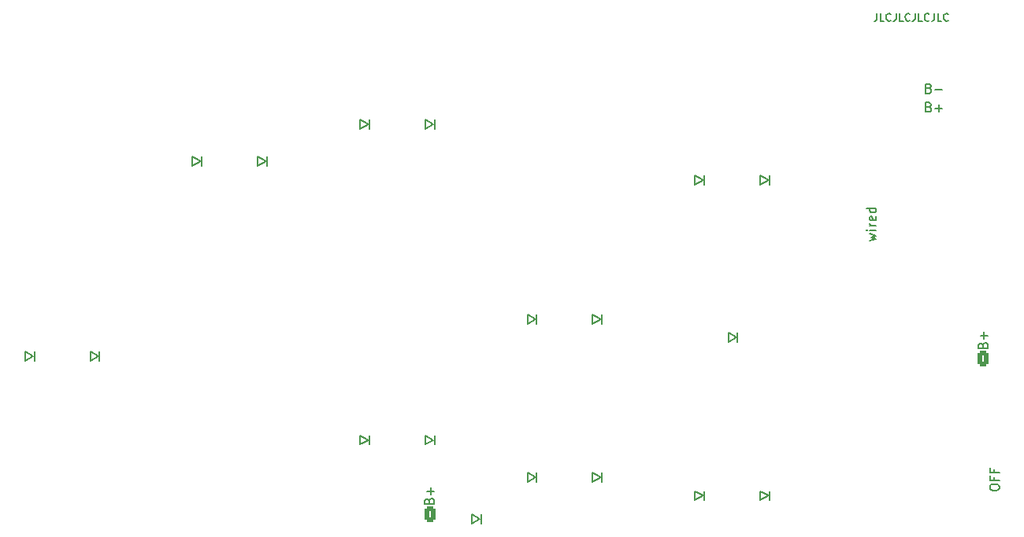
<source format=gto>
%TF.GenerationSoftware,KiCad,Pcbnew,7.0.1*%
%TF.CreationDate,2023-08-18T18:47:56+06:00*%
%TF.ProjectId,pcb,7063622e-6b69-4636-9164-5f7063625858,rev?*%
%TF.SameCoordinates,Original*%
%TF.FileFunction,Legend,Top*%
%TF.FilePolarity,Positive*%
%FSLAX46Y46*%
G04 Gerber Fmt 4.6, Leading zero omitted, Abs format (unit mm)*
G04 Created by KiCad (PCBNEW 7.0.1) date 2023-08-18 18:47:56*
%MOMM*%
%LPD*%
G01*
G04 APERTURE LIST*
G04 Aperture macros list*
%AMRoundRect*
0 Rectangle with rounded corners*
0 $1 Rounding radius*
0 $2 $3 $4 $5 $6 $7 $8 $9 X,Y pos of 4 corners*
0 Add a 4 corners polygon primitive as box body*
4,1,4,$2,$3,$4,$5,$6,$7,$8,$9,$2,$3,0*
0 Add four circle primitives for the rounded corners*
1,1,$1+$1,$2,$3*
1,1,$1+$1,$4,$5*
1,1,$1+$1,$6,$7*
1,1,$1+$1,$8,$9*
0 Add four rect primitives between the rounded corners*
20,1,$1+$1,$2,$3,$4,$5,0*
20,1,$1+$1,$4,$5,$6,$7,0*
20,1,$1+$1,$6,$7,$8,$9,0*
20,1,$1+$1,$8,$9,$2,$3,0*%
G04 Aperture macros list end*
%ADD10C,0.150000*%
%ADD11C,0.500000*%
%ADD12C,1.700000*%
%ADD13C,3.400000*%
%ADD14C,2.000000*%
%ADD15R,1.300000X0.950000*%
%ADD16C,1.200000*%
%ADD17O,2.500000X1.700000*%
%ADD18RoundRect,0.250000X0.350000X0.625000X-0.350000X0.625000X-0.350000X-0.625000X0.350000X-0.625000X0*%
%ADD19O,1.200000X1.750000*%
%ADD20R,0.800000X1.000000*%
%ADD21C,0.900000*%
%ADD22R,1.500000X0.700000*%
%ADD23O,2.750000X1.800000*%
%ADD24C,1.397000*%
G04 APERTURE END LIST*
D10*
X166054761Y-49570095D02*
X166054761Y-50141523D01*
X166054761Y-50141523D02*
X166016666Y-50255809D01*
X166016666Y-50255809D02*
X165940475Y-50332000D01*
X165940475Y-50332000D02*
X165826190Y-50370095D01*
X165826190Y-50370095D02*
X165749999Y-50370095D01*
X166816666Y-50370095D02*
X166435714Y-50370095D01*
X166435714Y-50370095D02*
X166435714Y-49570095D01*
X167540476Y-50293904D02*
X167502380Y-50332000D01*
X167502380Y-50332000D02*
X167388095Y-50370095D01*
X167388095Y-50370095D02*
X167311904Y-50370095D01*
X167311904Y-50370095D02*
X167197618Y-50332000D01*
X167197618Y-50332000D02*
X167121428Y-50255809D01*
X167121428Y-50255809D02*
X167083333Y-50179619D01*
X167083333Y-50179619D02*
X167045237Y-50027238D01*
X167045237Y-50027238D02*
X167045237Y-49912952D01*
X167045237Y-49912952D02*
X167083333Y-49760571D01*
X167083333Y-49760571D02*
X167121428Y-49684380D01*
X167121428Y-49684380D02*
X167197618Y-49608190D01*
X167197618Y-49608190D02*
X167311904Y-49570095D01*
X167311904Y-49570095D02*
X167388095Y-49570095D01*
X167388095Y-49570095D02*
X167502380Y-49608190D01*
X167502380Y-49608190D02*
X167540476Y-49646285D01*
X168111904Y-49570095D02*
X168111904Y-50141523D01*
X168111904Y-50141523D02*
X168073809Y-50255809D01*
X168073809Y-50255809D02*
X167997618Y-50332000D01*
X167997618Y-50332000D02*
X167883333Y-50370095D01*
X167883333Y-50370095D02*
X167807142Y-50370095D01*
X168873809Y-50370095D02*
X168492857Y-50370095D01*
X168492857Y-50370095D02*
X168492857Y-49570095D01*
X169597619Y-50293904D02*
X169559523Y-50332000D01*
X169559523Y-50332000D02*
X169445238Y-50370095D01*
X169445238Y-50370095D02*
X169369047Y-50370095D01*
X169369047Y-50370095D02*
X169254761Y-50332000D01*
X169254761Y-50332000D02*
X169178571Y-50255809D01*
X169178571Y-50255809D02*
X169140476Y-50179619D01*
X169140476Y-50179619D02*
X169102380Y-50027238D01*
X169102380Y-50027238D02*
X169102380Y-49912952D01*
X169102380Y-49912952D02*
X169140476Y-49760571D01*
X169140476Y-49760571D02*
X169178571Y-49684380D01*
X169178571Y-49684380D02*
X169254761Y-49608190D01*
X169254761Y-49608190D02*
X169369047Y-49570095D01*
X169369047Y-49570095D02*
X169445238Y-49570095D01*
X169445238Y-49570095D02*
X169559523Y-49608190D01*
X169559523Y-49608190D02*
X169597619Y-49646285D01*
X170169047Y-49570095D02*
X170169047Y-50141523D01*
X170169047Y-50141523D02*
X170130952Y-50255809D01*
X170130952Y-50255809D02*
X170054761Y-50332000D01*
X170054761Y-50332000D02*
X169940476Y-50370095D01*
X169940476Y-50370095D02*
X169864285Y-50370095D01*
X170930952Y-50370095D02*
X170550000Y-50370095D01*
X170550000Y-50370095D02*
X170550000Y-49570095D01*
X171654762Y-50293904D02*
X171616666Y-50332000D01*
X171616666Y-50332000D02*
X171502381Y-50370095D01*
X171502381Y-50370095D02*
X171426190Y-50370095D01*
X171426190Y-50370095D02*
X171311904Y-50332000D01*
X171311904Y-50332000D02*
X171235714Y-50255809D01*
X171235714Y-50255809D02*
X171197619Y-50179619D01*
X171197619Y-50179619D02*
X171159523Y-50027238D01*
X171159523Y-50027238D02*
X171159523Y-49912952D01*
X171159523Y-49912952D02*
X171197619Y-49760571D01*
X171197619Y-49760571D02*
X171235714Y-49684380D01*
X171235714Y-49684380D02*
X171311904Y-49608190D01*
X171311904Y-49608190D02*
X171426190Y-49570095D01*
X171426190Y-49570095D02*
X171502381Y-49570095D01*
X171502381Y-49570095D02*
X171616666Y-49608190D01*
X171616666Y-49608190D02*
X171654762Y-49646285D01*
X172226190Y-49570095D02*
X172226190Y-50141523D01*
X172226190Y-50141523D02*
X172188095Y-50255809D01*
X172188095Y-50255809D02*
X172111904Y-50332000D01*
X172111904Y-50332000D02*
X171997619Y-50370095D01*
X171997619Y-50370095D02*
X171921428Y-50370095D01*
X172988095Y-50370095D02*
X172607143Y-50370095D01*
X172607143Y-50370095D02*
X172607143Y-49570095D01*
X173711905Y-50293904D02*
X173673809Y-50332000D01*
X173673809Y-50332000D02*
X173559524Y-50370095D01*
X173559524Y-50370095D02*
X173483333Y-50370095D01*
X173483333Y-50370095D02*
X173369047Y-50332000D01*
X173369047Y-50332000D02*
X173292857Y-50255809D01*
X173292857Y-50255809D02*
X173254762Y-50179619D01*
X173254762Y-50179619D02*
X173216666Y-50027238D01*
X173216666Y-50027238D02*
X173216666Y-49912952D01*
X173216666Y-49912952D02*
X173254762Y-49760571D01*
X173254762Y-49760571D02*
X173292857Y-49684380D01*
X173292857Y-49684380D02*
X173369047Y-49608190D01*
X173369047Y-49608190D02*
X173483333Y-49570095D01*
X173483333Y-49570095D02*
X173559524Y-49570095D01*
X173559524Y-49570095D02*
X173673809Y-49608190D01*
X173673809Y-49608190D02*
X173711905Y-49646285D01*
X178212619Y-100702380D02*
X178212619Y-100511904D01*
X178212619Y-100511904D02*
X178260238Y-100416666D01*
X178260238Y-100416666D02*
X178355476Y-100321428D01*
X178355476Y-100321428D02*
X178545952Y-100273809D01*
X178545952Y-100273809D02*
X178879285Y-100273809D01*
X178879285Y-100273809D02*
X179069761Y-100321428D01*
X179069761Y-100321428D02*
X179165000Y-100416666D01*
X179165000Y-100416666D02*
X179212619Y-100511904D01*
X179212619Y-100511904D02*
X179212619Y-100702380D01*
X179212619Y-100702380D02*
X179165000Y-100797618D01*
X179165000Y-100797618D02*
X179069761Y-100892856D01*
X179069761Y-100892856D02*
X178879285Y-100940475D01*
X178879285Y-100940475D02*
X178545952Y-100940475D01*
X178545952Y-100940475D02*
X178355476Y-100892856D01*
X178355476Y-100892856D02*
X178260238Y-100797618D01*
X178260238Y-100797618D02*
X178212619Y-100702380D01*
X178688809Y-99511904D02*
X178688809Y-99845237D01*
X179212619Y-99845237D02*
X178212619Y-99845237D01*
X178212619Y-99845237D02*
X178212619Y-99369047D01*
X178688809Y-98654761D02*
X178688809Y-98988094D01*
X179212619Y-98988094D02*
X178212619Y-98988094D01*
X178212619Y-98988094D02*
X178212619Y-98511904D01*
X165295952Y-74059523D02*
X165962619Y-73869047D01*
X165962619Y-73869047D02*
X165486428Y-73678571D01*
X165486428Y-73678571D02*
X165962619Y-73488095D01*
X165962619Y-73488095D02*
X165295952Y-73297619D01*
X165962619Y-72916666D02*
X165295952Y-72916666D01*
X164962619Y-72916666D02*
X165010238Y-72964285D01*
X165010238Y-72964285D02*
X165057857Y-72916666D01*
X165057857Y-72916666D02*
X165010238Y-72869047D01*
X165010238Y-72869047D02*
X164962619Y-72916666D01*
X164962619Y-72916666D02*
X165057857Y-72916666D01*
X165962619Y-72440476D02*
X165295952Y-72440476D01*
X165486428Y-72440476D02*
X165391190Y-72392857D01*
X165391190Y-72392857D02*
X165343571Y-72345238D01*
X165343571Y-72345238D02*
X165295952Y-72250000D01*
X165295952Y-72250000D02*
X165295952Y-72154762D01*
X165915000Y-71440476D02*
X165962619Y-71535714D01*
X165962619Y-71535714D02*
X165962619Y-71726190D01*
X165962619Y-71726190D02*
X165915000Y-71821428D01*
X165915000Y-71821428D02*
X165819761Y-71869047D01*
X165819761Y-71869047D02*
X165438809Y-71869047D01*
X165438809Y-71869047D02*
X165343571Y-71821428D01*
X165343571Y-71821428D02*
X165295952Y-71726190D01*
X165295952Y-71726190D02*
X165295952Y-71535714D01*
X165295952Y-71535714D02*
X165343571Y-71440476D01*
X165343571Y-71440476D02*
X165438809Y-71392857D01*
X165438809Y-71392857D02*
X165534047Y-71392857D01*
X165534047Y-71392857D02*
X165629285Y-71869047D01*
X165962619Y-70535714D02*
X164962619Y-70535714D01*
X165915000Y-70535714D02*
X165962619Y-70630952D01*
X165962619Y-70630952D02*
X165962619Y-70821428D01*
X165962619Y-70821428D02*
X165915000Y-70916666D01*
X165915000Y-70916666D02*
X165867380Y-70964285D01*
X165867380Y-70964285D02*
X165772142Y-71011904D01*
X165772142Y-71011904D02*
X165486428Y-71011904D01*
X165486428Y-71011904D02*
X165391190Y-70964285D01*
X165391190Y-70964285D02*
X165343571Y-70916666D01*
X165343571Y-70916666D02*
X165295952Y-70821428D01*
X165295952Y-70821428D02*
X165295952Y-70630952D01*
X165295952Y-70630952D02*
X165343571Y-70535714D01*
X117938809Y-102047618D02*
X117986428Y-101904761D01*
X117986428Y-101904761D02*
X118034047Y-101857142D01*
X118034047Y-101857142D02*
X118129285Y-101809523D01*
X118129285Y-101809523D02*
X118272142Y-101809523D01*
X118272142Y-101809523D02*
X118367380Y-101857142D01*
X118367380Y-101857142D02*
X118415000Y-101904761D01*
X118415000Y-101904761D02*
X118462619Y-101999999D01*
X118462619Y-101999999D02*
X118462619Y-102380951D01*
X118462619Y-102380951D02*
X117462619Y-102380951D01*
X117462619Y-102380951D02*
X117462619Y-102047618D01*
X117462619Y-102047618D02*
X117510238Y-101952380D01*
X117510238Y-101952380D02*
X117557857Y-101904761D01*
X117557857Y-101904761D02*
X117653095Y-101857142D01*
X117653095Y-101857142D02*
X117748333Y-101857142D01*
X117748333Y-101857142D02*
X117843571Y-101904761D01*
X117843571Y-101904761D02*
X117891190Y-101952380D01*
X117891190Y-101952380D02*
X117938809Y-102047618D01*
X117938809Y-102047618D02*
X117938809Y-102380951D01*
X118081666Y-101380951D02*
X118081666Y-100619047D01*
X118462619Y-100999999D02*
X117700714Y-100999999D01*
X177438809Y-85297618D02*
X177486428Y-85154761D01*
X177486428Y-85154761D02*
X177534047Y-85107142D01*
X177534047Y-85107142D02*
X177629285Y-85059523D01*
X177629285Y-85059523D02*
X177772142Y-85059523D01*
X177772142Y-85059523D02*
X177867380Y-85107142D01*
X177867380Y-85107142D02*
X177915000Y-85154761D01*
X177915000Y-85154761D02*
X177962619Y-85249999D01*
X177962619Y-85249999D02*
X177962619Y-85630951D01*
X177962619Y-85630951D02*
X176962619Y-85630951D01*
X176962619Y-85630951D02*
X176962619Y-85297618D01*
X176962619Y-85297618D02*
X177010238Y-85202380D01*
X177010238Y-85202380D02*
X177057857Y-85154761D01*
X177057857Y-85154761D02*
X177153095Y-85107142D01*
X177153095Y-85107142D02*
X177248333Y-85107142D01*
X177248333Y-85107142D02*
X177343571Y-85154761D01*
X177343571Y-85154761D02*
X177391190Y-85202380D01*
X177391190Y-85202380D02*
X177438809Y-85297618D01*
X177438809Y-85297618D02*
X177438809Y-85630951D01*
X177581666Y-84630951D02*
X177581666Y-83869047D01*
X177962619Y-84249999D02*
X177200714Y-84249999D01*
X171652381Y-57638809D02*
X171795238Y-57686428D01*
X171795238Y-57686428D02*
X171842857Y-57734047D01*
X171842857Y-57734047D02*
X171890476Y-57829285D01*
X171890476Y-57829285D02*
X171890476Y-57972142D01*
X171890476Y-57972142D02*
X171842857Y-58067380D01*
X171842857Y-58067380D02*
X171795238Y-58115000D01*
X171795238Y-58115000D02*
X171700000Y-58162619D01*
X171700000Y-58162619D02*
X171319048Y-58162619D01*
X171319048Y-58162619D02*
X171319048Y-57162619D01*
X171319048Y-57162619D02*
X171652381Y-57162619D01*
X171652381Y-57162619D02*
X171747619Y-57210238D01*
X171747619Y-57210238D02*
X171795238Y-57257857D01*
X171795238Y-57257857D02*
X171842857Y-57353095D01*
X171842857Y-57353095D02*
X171842857Y-57448333D01*
X171842857Y-57448333D02*
X171795238Y-57543571D01*
X171795238Y-57543571D02*
X171747619Y-57591190D01*
X171747619Y-57591190D02*
X171652381Y-57638809D01*
X171652381Y-57638809D02*
X171319048Y-57638809D01*
X172319048Y-57781666D02*
X173080953Y-57781666D01*
X171652381Y-59638809D02*
X171795238Y-59686428D01*
X171795238Y-59686428D02*
X171842857Y-59734047D01*
X171842857Y-59734047D02*
X171890476Y-59829285D01*
X171890476Y-59829285D02*
X171890476Y-59972142D01*
X171890476Y-59972142D02*
X171842857Y-60067380D01*
X171842857Y-60067380D02*
X171795238Y-60115000D01*
X171795238Y-60115000D02*
X171700000Y-60162619D01*
X171700000Y-60162619D02*
X171319048Y-60162619D01*
X171319048Y-60162619D02*
X171319048Y-59162619D01*
X171319048Y-59162619D02*
X171652381Y-59162619D01*
X171652381Y-59162619D02*
X171747619Y-59210238D01*
X171747619Y-59210238D02*
X171795238Y-59257857D01*
X171795238Y-59257857D02*
X171842857Y-59353095D01*
X171842857Y-59353095D02*
X171842857Y-59448333D01*
X171842857Y-59448333D02*
X171795238Y-59543571D01*
X171795238Y-59543571D02*
X171747619Y-59591190D01*
X171747619Y-59591190D02*
X171652381Y-59638809D01*
X171652381Y-59638809D02*
X171319048Y-59638809D01*
X172319048Y-59781666D02*
X173080953Y-59781666D01*
X172700000Y-60162619D02*
X172700000Y-59400714D01*
X129500000Y-83000000D02*
X129500000Y-82000000D01*
X129400000Y-82500000D02*
X128500000Y-83000000D01*
X128500000Y-83000000D02*
X128500000Y-82000000D01*
X128500000Y-82000000D02*
X129400000Y-82500000D01*
X154500000Y-68000000D02*
X154500000Y-67000000D01*
X154400000Y-67500000D02*
X153500000Y-68000000D01*
X153500000Y-68000000D02*
X153500000Y-67000000D01*
X153500000Y-67000000D02*
X154400000Y-67500000D01*
X147500000Y-68000000D02*
X147500000Y-67000000D01*
X147400000Y-67500000D02*
X146500000Y-68000000D01*
X146500000Y-68000000D02*
X146500000Y-67000000D01*
X146500000Y-67000000D02*
X147400000Y-67500000D01*
X154500000Y-102000000D02*
X154500000Y-101000000D01*
X154400000Y-101500000D02*
X153500000Y-102000000D01*
X153500000Y-102000000D02*
X153500000Y-101000000D01*
X153500000Y-101000000D02*
X154400000Y-101500000D01*
X136500000Y-100000000D02*
X136500000Y-99000000D01*
X136400000Y-99500000D02*
X135500000Y-100000000D01*
X135500000Y-100000000D02*
X135500000Y-99000000D01*
X135500000Y-99000000D02*
X136400000Y-99500000D01*
X151080000Y-84940000D02*
X151080000Y-83940000D01*
X150980000Y-84440000D02*
X150080000Y-84940000D01*
X150080000Y-84940000D02*
X150080000Y-83940000D01*
X150080000Y-83940000D02*
X150980000Y-84440000D01*
X147500000Y-102000000D02*
X147500000Y-101000000D01*
X147400000Y-101500000D02*
X146500000Y-102000000D01*
X146500000Y-102000000D02*
X146500000Y-101000000D01*
X146500000Y-101000000D02*
X147400000Y-101500000D01*
X123500000Y-104500000D02*
X123500000Y-103500000D01*
X123400000Y-104000000D02*
X122500000Y-104500000D01*
X122500000Y-104500000D02*
X122500000Y-103500000D01*
X122500000Y-103500000D02*
X123400000Y-104000000D01*
X111500000Y-96000000D02*
X111500000Y-95000000D01*
X111400000Y-95500000D02*
X110500000Y-96000000D01*
X110500000Y-96000000D02*
X110500000Y-95000000D01*
X110500000Y-95000000D02*
X111400000Y-95500000D01*
X111500000Y-62000000D02*
X111500000Y-61000000D01*
X111400000Y-61500000D02*
X110500000Y-62000000D01*
X110500000Y-62000000D02*
X110500000Y-61000000D01*
X110500000Y-61000000D02*
X111400000Y-61500000D01*
X118500000Y-96000000D02*
X118500000Y-95000000D01*
X118400000Y-95500000D02*
X117500000Y-96000000D01*
X117500000Y-96000000D02*
X117500000Y-95000000D01*
X117500000Y-95000000D02*
X118400000Y-95500000D01*
X118500000Y-62000000D02*
X118500000Y-61000000D01*
X118400000Y-61500000D02*
X117500000Y-62000000D01*
X117500000Y-62000000D02*
X117500000Y-61000000D01*
X117500000Y-61000000D02*
X118400000Y-61500000D01*
X129500000Y-100000000D02*
X129500000Y-99000000D01*
X129400000Y-99500000D02*
X128500000Y-100000000D01*
X128500000Y-100000000D02*
X128500000Y-99000000D01*
X128500000Y-99000000D02*
X129400000Y-99500000D01*
X82500000Y-87000000D02*
X82500000Y-86000000D01*
X82400000Y-86500000D02*
X81500000Y-87000000D01*
X81500000Y-87000000D02*
X81500000Y-86000000D01*
X81500000Y-86000000D02*
X82400000Y-86500000D01*
X75500000Y-87000000D02*
X75500000Y-86000000D01*
X75400000Y-86500000D02*
X74500000Y-87000000D01*
X74500000Y-87000000D02*
X74500000Y-86000000D01*
X74500000Y-86000000D02*
X75400000Y-86500000D01*
X100500000Y-66000000D02*
X100500000Y-65000000D01*
X100400000Y-65500000D02*
X99500000Y-66000000D01*
X99500000Y-66000000D02*
X99500000Y-65000000D01*
X99500000Y-65000000D02*
X100400000Y-65500000D01*
X93500000Y-66000000D02*
X93500000Y-65000000D01*
X93400000Y-65500000D02*
X92500000Y-66000000D01*
X92500000Y-66000000D02*
X92500000Y-65000000D01*
X92500000Y-65000000D02*
X93400000Y-65500000D01*
X136500000Y-83000000D02*
X136500000Y-82000000D01*
X136400000Y-82500000D02*
X135500000Y-83000000D01*
X135500000Y-83000000D02*
X135500000Y-82000000D01*
X135500000Y-82000000D02*
X136400000Y-82500000D01*
%LPC*%
D11*
X169140000Y-88075000D02*
X167470000Y-90225000D01*
X165540000Y-88045000D02*
X169140000Y-88075000D01*
X167470000Y-86325000D02*
X167470000Y-90225000D01*
X166440000Y-86345000D02*
X166440000Y-90245000D01*
D10*
X71360476Y-53130000D02*
X71503333Y-53177619D01*
X71503333Y-53177619D02*
X71741428Y-53177619D01*
X71741428Y-53177619D02*
X71836666Y-53130000D01*
X71836666Y-53130000D02*
X71884285Y-53082380D01*
X71884285Y-53082380D02*
X71931904Y-52987142D01*
X71931904Y-52987142D02*
X71931904Y-52891904D01*
X71931904Y-52891904D02*
X71884285Y-52796666D01*
X71884285Y-52796666D02*
X71836666Y-52749047D01*
X71836666Y-52749047D02*
X71741428Y-52701428D01*
X71741428Y-52701428D02*
X71550952Y-52653809D01*
X71550952Y-52653809D02*
X71455714Y-52606190D01*
X71455714Y-52606190D02*
X71408095Y-52558571D01*
X71408095Y-52558571D02*
X71360476Y-52463333D01*
X71360476Y-52463333D02*
X71360476Y-52368095D01*
X71360476Y-52368095D02*
X71408095Y-52272857D01*
X71408095Y-52272857D02*
X71455714Y-52225238D01*
X71455714Y-52225238D02*
X71550952Y-52177619D01*
X71550952Y-52177619D02*
X71789047Y-52177619D01*
X71789047Y-52177619D02*
X71931904Y-52225238D01*
X72360476Y-53177619D02*
X72360476Y-52177619D01*
X72360476Y-52653809D02*
X72931904Y-52653809D01*
X72931904Y-53177619D02*
X72931904Y-52177619D01*
X73598571Y-52177619D02*
X73789047Y-52177619D01*
X73789047Y-52177619D02*
X73884285Y-52225238D01*
X73884285Y-52225238D02*
X73979523Y-52320476D01*
X73979523Y-52320476D02*
X74027142Y-52510952D01*
X74027142Y-52510952D02*
X74027142Y-52844285D01*
X74027142Y-52844285D02*
X73979523Y-53034761D01*
X73979523Y-53034761D02*
X73884285Y-53130000D01*
X73884285Y-53130000D02*
X73789047Y-53177619D01*
X73789047Y-53177619D02*
X73598571Y-53177619D01*
X73598571Y-53177619D02*
X73503333Y-53130000D01*
X73503333Y-53130000D02*
X73408095Y-53034761D01*
X73408095Y-53034761D02*
X73360476Y-52844285D01*
X73360476Y-52844285D02*
X73360476Y-52510952D01*
X73360476Y-52510952D02*
X73408095Y-52320476D01*
X73408095Y-52320476D02*
X73503333Y-52225238D01*
X73503333Y-52225238D02*
X73598571Y-52177619D01*
X75217619Y-53177619D02*
X75217619Y-52177619D01*
X75217619Y-52558571D02*
X75312857Y-52510952D01*
X75312857Y-52510952D02*
X75503333Y-52510952D01*
X75503333Y-52510952D02*
X75598571Y-52558571D01*
X75598571Y-52558571D02*
X75646190Y-52606190D01*
X75646190Y-52606190D02*
X75693809Y-52701428D01*
X75693809Y-52701428D02*
X75693809Y-52987142D01*
X75693809Y-52987142D02*
X75646190Y-53082380D01*
X75646190Y-53082380D02*
X75598571Y-53130000D01*
X75598571Y-53130000D02*
X75503333Y-53177619D01*
X75503333Y-53177619D02*
X75312857Y-53177619D01*
X75312857Y-53177619D02*
X75217619Y-53130000D01*
X76027143Y-52510952D02*
X76265238Y-53177619D01*
X76503333Y-52510952D02*
X76265238Y-53177619D01*
X76265238Y-53177619D02*
X76170000Y-53415714D01*
X76170000Y-53415714D02*
X76122381Y-53463333D01*
X76122381Y-53463333D02*
X76027143Y-53510952D01*
X78074762Y-52510952D02*
X78074762Y-53177619D01*
X77646191Y-52510952D02*
X77646191Y-53034761D01*
X77646191Y-53034761D02*
X77693810Y-53130000D01*
X77693810Y-53130000D02*
X77789048Y-53177619D01*
X77789048Y-53177619D02*
X77931905Y-53177619D01*
X77931905Y-53177619D02*
X78027143Y-53130000D01*
X78027143Y-53130000D02*
X78074762Y-53082380D01*
X79265238Y-52130000D02*
X78408096Y-53415714D01*
X79455715Y-52510952D02*
X79836667Y-52510952D01*
X79598572Y-53177619D02*
X79598572Y-52320476D01*
X79598572Y-52320476D02*
X79646191Y-52225238D01*
X79646191Y-52225238D02*
X79741429Y-52177619D01*
X79741429Y-52177619D02*
X79836667Y-52177619D01*
X80170001Y-53177619D02*
X80170001Y-52510952D01*
X80170001Y-52606190D02*
X80217620Y-52558571D01*
X80217620Y-52558571D02*
X80312858Y-52510952D01*
X80312858Y-52510952D02*
X80455715Y-52510952D01*
X80455715Y-52510952D02*
X80550953Y-52558571D01*
X80550953Y-52558571D02*
X80598572Y-52653809D01*
X80598572Y-52653809D02*
X80598572Y-53177619D01*
X80598572Y-52653809D02*
X80646191Y-52558571D01*
X80646191Y-52558571D02*
X80741429Y-52510952D01*
X80741429Y-52510952D02*
X80884286Y-52510952D01*
X80884286Y-52510952D02*
X80979525Y-52558571D01*
X80979525Y-52558571D02*
X81027144Y-52653809D01*
X81027144Y-52653809D02*
X81027144Y-53177619D01*
X81931905Y-53177619D02*
X81931905Y-52653809D01*
X81931905Y-52653809D02*
X81884286Y-52558571D01*
X81884286Y-52558571D02*
X81789048Y-52510952D01*
X81789048Y-52510952D02*
X81598572Y-52510952D01*
X81598572Y-52510952D02*
X81503334Y-52558571D01*
X81931905Y-53130000D02*
X81836667Y-53177619D01*
X81836667Y-53177619D02*
X81598572Y-53177619D01*
X81598572Y-53177619D02*
X81503334Y-53130000D01*
X81503334Y-53130000D02*
X81455715Y-53034761D01*
X81455715Y-53034761D02*
X81455715Y-52939523D01*
X81455715Y-52939523D02*
X81503334Y-52844285D01*
X81503334Y-52844285D02*
X81598572Y-52796666D01*
X81598572Y-52796666D02*
X81836667Y-52796666D01*
X81836667Y-52796666D02*
X81931905Y-52749047D01*
X82360477Y-53130000D02*
X82455715Y-53177619D01*
X82455715Y-53177619D02*
X82646191Y-53177619D01*
X82646191Y-53177619D02*
X82741429Y-53130000D01*
X82741429Y-53130000D02*
X82789048Y-53034761D01*
X82789048Y-53034761D02*
X82789048Y-52987142D01*
X82789048Y-52987142D02*
X82741429Y-52891904D01*
X82741429Y-52891904D02*
X82646191Y-52844285D01*
X82646191Y-52844285D02*
X82503334Y-52844285D01*
X82503334Y-52844285D02*
X82408096Y-52796666D01*
X82408096Y-52796666D02*
X82360477Y-52701428D01*
X82360477Y-52701428D02*
X82360477Y-52653809D01*
X82360477Y-52653809D02*
X82408096Y-52558571D01*
X82408096Y-52558571D02*
X82503334Y-52510952D01*
X82503334Y-52510952D02*
X82646191Y-52510952D01*
X82646191Y-52510952D02*
X82741429Y-52558571D01*
X83217620Y-53177619D02*
X83217620Y-52177619D01*
X83646191Y-53177619D02*
X83646191Y-52653809D01*
X83646191Y-52653809D02*
X83598572Y-52558571D01*
X83598572Y-52558571D02*
X83503334Y-52510952D01*
X83503334Y-52510952D02*
X83360477Y-52510952D01*
X83360477Y-52510952D02*
X83265239Y-52558571D01*
X83265239Y-52558571D02*
X83217620Y-52606190D01*
X84646191Y-53177619D02*
X84074763Y-53177619D01*
X84360477Y-53177619D02*
X84360477Y-52177619D01*
X84360477Y-52177619D02*
X84265239Y-52320476D01*
X84265239Y-52320476D02*
X84170001Y-52415714D01*
X84170001Y-52415714D02*
X84074763Y-52463333D01*
X85503334Y-52177619D02*
X85312858Y-52177619D01*
X85312858Y-52177619D02*
X85217620Y-52225238D01*
X85217620Y-52225238D02*
X85170001Y-52272857D01*
X85170001Y-52272857D02*
X85074763Y-52415714D01*
X85074763Y-52415714D02*
X85027144Y-52606190D01*
X85027144Y-52606190D02*
X85027144Y-52987142D01*
X85027144Y-52987142D02*
X85074763Y-53082380D01*
X85074763Y-53082380D02*
X85122382Y-53130000D01*
X85122382Y-53130000D02*
X85217620Y-53177619D01*
X85217620Y-53177619D02*
X85408096Y-53177619D01*
X85408096Y-53177619D02*
X85503334Y-53130000D01*
X85503334Y-53130000D02*
X85550953Y-53082380D01*
X85550953Y-53082380D02*
X85598572Y-52987142D01*
X85598572Y-52987142D02*
X85598572Y-52749047D01*
X85598572Y-52749047D02*
X85550953Y-52653809D01*
X85550953Y-52653809D02*
X85503334Y-52606190D01*
X85503334Y-52606190D02*
X85408096Y-52558571D01*
X85408096Y-52558571D02*
X85217620Y-52558571D01*
X85217620Y-52558571D02*
X85122382Y-52606190D01*
X85122382Y-52606190D02*
X85074763Y-52653809D01*
X85074763Y-52653809D02*
X85027144Y-52749047D01*
G36*
X93982167Y-104314815D02*
G01*
X95994564Y-104314815D01*
X96149139Y-104424080D01*
X96453470Y-104619368D01*
X96853397Y-104867876D01*
X97294761Y-105136800D01*
X97723404Y-105393334D01*
X98085166Y-105604676D01*
X98325889Y-105738020D01*
X98392758Y-105767403D01*
X98442241Y-105654896D01*
X98476244Y-105360334D01*
X98486601Y-105018769D01*
X98486601Y-104268030D01*
X97214515Y-104268030D01*
X96691448Y-104272272D01*
X96283351Y-104283729D01*
X96039926Y-104300494D01*
X95994564Y-104314815D01*
X93982167Y-104314815D01*
X93982167Y-103800147D01*
X93982167Y-102891675D01*
X96922561Y-102891675D01*
X99862955Y-102891675D01*
X99862955Y-106395124D01*
X99862955Y-109898572D01*
X96922561Y-109898572D01*
X93982167Y-109898572D01*
X93982167Y-108531277D01*
X93982167Y-108522217D01*
X93982167Y-108218780D01*
X95358522Y-108218780D01*
X95358522Y-108522217D01*
X96922561Y-108522217D01*
X98486601Y-108522217D01*
X98486601Y-107989533D01*
X98469118Y-107666133D01*
X98379528Y-107453871D01*
X98162114Y-107266856D01*
X97918447Y-107113671D01*
X97591080Y-106921466D01*
X97361391Y-106796930D01*
X97297269Y-106770493D01*
X97173809Y-106831077D01*
X96888813Y-106993039D01*
X96493926Y-107226694D01*
X96301383Y-107342918D01*
X95826699Y-107644863D01*
X95537067Y-107870246D01*
X95393941Y-108054875D01*
X95358522Y-108218780D01*
X93982167Y-108218780D01*
X93982167Y-107163981D01*
X94764187Y-106695271D01*
X95312924Y-106369127D01*
X95661971Y-106143709D01*
X95818069Y-105978293D01*
X95787965Y-105832156D01*
X95578400Y-105664576D01*
X95196120Y-105434828D01*
X94992876Y-105314315D01*
X93982167Y-104708619D01*
X93982167Y-104314815D01*
G37*
D12*
X141620372Y-113559582D03*
D13*
X146990000Y-114750000D03*
D12*
X152359628Y-115940418D03*
D14*
X145713006Y-120510146D03*
X151049010Y-119542123D03*
D15*
X130775000Y-82500000D03*
X127225000Y-82500000D03*
D12*
X145000000Y-93000000D03*
D13*
X150500000Y-93000000D03*
D12*
X156000000Y-93000000D03*
D14*
X150500000Y-98900000D03*
X155500000Y-96800000D03*
D12*
X145000000Y-76000000D03*
D13*
X150500000Y-76000000D03*
D12*
X156000000Y-76000000D03*
D14*
X150500000Y-81900000D03*
X155500000Y-79800000D03*
D16*
X177900000Y-74375000D03*
X170900000Y-74375000D03*
X177900000Y-76125000D03*
X170900000Y-76125000D03*
D17*
X173100000Y-72275000D03*
X176100000Y-72275000D03*
X167600000Y-76475000D03*
X169100000Y-72275000D03*
D18*
X118000000Y-103500000D03*
D19*
X116000000Y-103500000D03*
D12*
X109000000Y-53000000D03*
D13*
X114500000Y-53000000D03*
D12*
X120000000Y-53000000D03*
D14*
X114500000Y-58900000D03*
X119500000Y-56800000D03*
D15*
X155775000Y-67500000D03*
X152225000Y-67500000D03*
D12*
X72980000Y-61870000D03*
D13*
X78480000Y-61870000D03*
D12*
X83980000Y-61870000D03*
D14*
X78480000Y-67770000D03*
X83480000Y-65670000D03*
D12*
X91000000Y-91000000D03*
D13*
X96500000Y-91000000D03*
D12*
X102000000Y-91000000D03*
D14*
X96500000Y-96900000D03*
X101500000Y-94800000D03*
D12*
X91000000Y-57000000D03*
D13*
X96500000Y-57000000D03*
D12*
X102000000Y-57000000D03*
D14*
X96500000Y-62900000D03*
X101500000Y-60800000D03*
D15*
X148775000Y-67500000D03*
X145225000Y-67500000D03*
X155775000Y-101500000D03*
X152225000Y-101500000D03*
X137775000Y-99500000D03*
X134225000Y-99500000D03*
X152355000Y-84440000D03*
X148805000Y-84440000D03*
X148775000Y-101500000D03*
X145225000Y-101500000D03*
D12*
X127000000Y-91000000D03*
D13*
X132500000Y-91000000D03*
D12*
X138000000Y-91000000D03*
D14*
X132500000Y-96900000D03*
X137500000Y-94800000D03*
D20*
X176470000Y-97650000D03*
X178680000Y-97650000D03*
D21*
X177580000Y-95500000D03*
X177580000Y-92500000D03*
D20*
X176470000Y-90350000D03*
X178680000Y-90350000D03*
D22*
X175820000Y-96250000D03*
X175820000Y-93250000D03*
X175820000Y-91750000D03*
D12*
X145000000Y-59000000D03*
D13*
X150500000Y-59000000D03*
D12*
X156000000Y-59000000D03*
D14*
X150500000Y-64900000D03*
X155500000Y-62800000D03*
D15*
X124775000Y-104000000D03*
X121225000Y-104000000D03*
D12*
X109000000Y-87000000D03*
D13*
X114500000Y-87000000D03*
D12*
X120000000Y-87000000D03*
D14*
X114500000Y-92900000D03*
X119500000Y-90800000D03*
D15*
X112775000Y-95500000D03*
X109225000Y-95500000D03*
D23*
X161405040Y-52380000D03*
X161405040Y-54920000D03*
X161405040Y-57460000D03*
X161405040Y-60000000D03*
X161405040Y-62540000D03*
X161405040Y-65080000D03*
X161405040Y-67620000D03*
X177594960Y-67620000D03*
X177594960Y-65080000D03*
X177594960Y-62540000D03*
X177594960Y-60000000D03*
X177594960Y-57460000D03*
X177594960Y-54920000D03*
X177594960Y-52380000D03*
D24*
X168230000Y-51428000D03*
X170770000Y-51428000D03*
X168230000Y-53968000D03*
X170770000Y-53968000D03*
X165055000Y-59683000D03*
X165055000Y-57778000D03*
X173310000Y-69208000D03*
X175215000Y-69208000D03*
D15*
X112775000Y-61500000D03*
X109225000Y-61500000D03*
X119775000Y-95500000D03*
X116225000Y-95500000D03*
X119775000Y-61500000D03*
X116225000Y-61500000D03*
X130775000Y-99500000D03*
X127225000Y-99500000D03*
D12*
X109000000Y-70000000D03*
D13*
X114500000Y-70000000D03*
D12*
X120000000Y-70000000D03*
D14*
X114500000Y-75900000D03*
X119500000Y-73800000D03*
D12*
X169031111Y-115721691D03*
D13*
X167150000Y-120890000D03*
D12*
X165268889Y-126058309D03*
D14*
X161605814Y-118872081D03*
X161869067Y-124288787D03*
D15*
X83775000Y-86500000D03*
X80225000Y-86500000D03*
D12*
X127000000Y-57000000D03*
D13*
X132500000Y-57000000D03*
D12*
X138000000Y-57000000D03*
D14*
X132500000Y-62900000D03*
X137500000Y-60800000D03*
D18*
X177500000Y-86750000D03*
D19*
X175500000Y-86750000D03*
D12*
X115210000Y-112130000D03*
D13*
X120710000Y-112130000D03*
D12*
X126210000Y-112130000D03*
D14*
X120710000Y-118030000D03*
X125710000Y-115930000D03*
D15*
X76775000Y-86500000D03*
X73225000Y-86500000D03*
D12*
X127000000Y-74000000D03*
D13*
X132500000Y-74000000D03*
D12*
X138000000Y-74000000D03*
D14*
X132500000Y-79900000D03*
X137500000Y-77800000D03*
D12*
X72990000Y-95870000D03*
D13*
X78490000Y-95870000D03*
D12*
X83990000Y-95870000D03*
D14*
X78490000Y-101770000D03*
X83490000Y-99670000D03*
D12*
X72990000Y-78870000D03*
D13*
X78490000Y-78870000D03*
D12*
X83990000Y-78870000D03*
D14*
X78490000Y-84770000D03*
X83490000Y-82670000D03*
D15*
X101775000Y-65500000D03*
X98225000Y-65500000D03*
X94775000Y-65500000D03*
X91225000Y-65500000D03*
X137775000Y-82500000D03*
X134225000Y-82500000D03*
D12*
X91000000Y-74000000D03*
D13*
X96500000Y-74000000D03*
D12*
X102000000Y-74000000D03*
D14*
X96500000Y-79900000D03*
X101500000Y-77800000D03*
D21*
X177580000Y-92500000D03*
X177580000Y-95500000D03*
D24*
X170770000Y-51428000D03*
X168230000Y-51428000D03*
X170770000Y-53968000D03*
X168230000Y-53968000D03*
X173945000Y-59683000D03*
X173945000Y-57778000D03*
X165690000Y-69208000D03*
X163785000Y-69208000D03*
M02*

</source>
